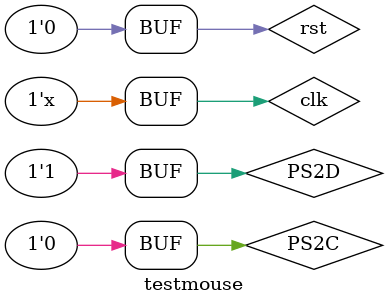
<source format=v>
`timescale 1ns / 1ps


module testmouse;

	// Inputs
	reg clk;
	reg rst;
	reg PS2C;
	reg PS2D;

	// Outputs
	wire [9:0] x;
	wire [7:0] y;
	wire btnl;
	wire btnr;
	wire [7:0]led;

	// Instantiate the Unit Under Test (UUT)
	mouse uut (
		.clk(clk), 
		.rst(rst), 
		.PS2C(PS2C), 
		.PS2D(PS2D), 
		.x(x), 
		.y(y), 
		.btnl(btnl), 
		.btnr(btnr),
		.led(led)
	);

	initial begin
		// Initialize Inputs
		clk = 0;
		rst = 0;
		PS2C = 0;
		PS2D = 0;

		// Wait 100 ns for global reset to finish
		#107;
        
		// Add stimulus here
		rst = 1;
		#10;
		rst = 0;
		#10;
		
		PS2C = 1;
		PS2D = 1;
		#100000;
		PS2C = 0;
		#10;

		PS2C = 1;
		PS2D = 0;
		#100000;
		PS2C = 0;
		#10;

		PS2C = 1;
		PS2D = 1;
		#10;
		PS2C = 0;
		#10;

		PS2C = 1;
		PS2D = 0;
		#10;
		PS2C = 0;
		#10;

		PS2C = 1;
		PS2D = 0;
		#10;
		PS2C = 0;
		#10;

		PS2C = 1;
		PS2D = 1;
		#10;
		PS2C = 0;
		#10;

		PS2C = 1;
		PS2D = 0;
		#10;
		PS2C = 0;
		#10;

		PS2C = 1;
		PS2D = 0;
		#10;
		PS2C = 0;
		#10;

		PS2C = 1;
		PS2D = 1;
		#10;
		PS2C = 0;
		#10;

		PS2C = 1;
		PS2D = 1;
		#10;
		PS2C = 0;
		#10;

		PS2C = 1;
		PS2D = 0;
		#10;
		PS2C = 0;
		#10;

		PS2C = 1;
		PS2D = 1;
		#10;
		PS2C = 0;
		#10;

		PS2C = 1;
		PS2D = 0;
		#10;
		PS2C = 0;
		#10;

		PS2C = 1;
		PS2D = 1;
		#10;
		PS2C = 0;
		#10;

		PS2C = 1;
		PS2D = 1;
		#10;
		PS2C = 0;
		#10;

		PS2C = 1;
		PS2D = 1;
		#10;
		PS2C = 0;
		#10;

		PS2C = 1;
		PS2D = 1;
		#10;
		PS2C = 0;
		#10;

		PS2C = 1;
		PS2D = 1;
		#10;
		PS2C = 0;
		#10;

		PS2C = 1;
		PS2D = 1;
		#10;
		PS2C = 0;
		#10;

		PS2C = 1;
		PS2D = 1;
		#10;
		PS2C = 0;
		#10;

		PS2C = 1;
		PS2D = 1;
		#10;
		PS2C = 0;
		#10;

		PS2C = 1;
		PS2D = 0;
		#10;
		PS2C = 0;
		#10;

		PS2C = 1;
		PS2D = 1;
		#10;
		PS2C = 0;
		#10;

		PS2C = 1;
		PS2D = 0;
		#10;
		PS2C = 0;
		#10;

		PS2C = 1;
		PS2D = 1;
		#10;
		PS2C = 0;
		#10;

		PS2C = 1;
		PS2D = 1;
		#10;
		PS2C = 0;
		#10;

		PS2C = 1;
		PS2D = 1;
		#10;
		PS2C = 0;
		#10;

		PS2C = 1;
		PS2D = 1;
		#10;
		PS2C = 0;
		#10;

		PS2C = 1;
		PS2D = 1;
		#100000;
		PS2C = 0;
		#100000;

		PS2C = 1;
		PS2D = 1;
		#10;
		PS2C = 0;
		#10;

		PS2C = 1;
		PS2D = 1;
		#10;
		PS2C = 0;
		#10;

		PS2C = 1;
		PS2D = 1;
		#100000;
		PS2C = 0;
		#100000;

		PS2C = 1;
		PS2D = 0;
		#10;
		PS2C = 0;
		#10;

		PS2C = 1;
		PS2D = 1;
		#10;
		PS2C = 0;
		#10;

		PS2C = 1;
		PS2D = 1;
		#10;
		PS2C = 0;
		#10;

		PS2C = 1;
		PS2D = 1;
		#10;
		PS2C = 0;
		#10;

		PS2C = 1;
		PS2D = 1;
		#10;
		PS2C = 0;
		#10;

		PS2C = 1;
		PS2D = 1;
		#10;
		PS2C = 0;
		#10;

		PS2C = 1;
		PS2D = 1;
		#10;
		PS2C = 0;
		#10;

		PS2C = 1;
		PS2D = 1;
		#10;
		PS2C = 0;
		#10;

		PS2C = 1;
		PS2D = 1;
		#10;
		PS2C = 0;
		#10;

		PS2C = 1;
		PS2D = 1;
		#10;
		PS2C = 0;
		#10;

		PS2C = 1;
		PS2D = 1;
		#10;
		PS2C = 0;
		#10;

		PS2C = 1;
		PS2D = 1;
		#10;
		PS2C = 0;
		#10;

		PS2C = 1;
		PS2D = 1;
		#10;
		PS2C = 0;
		#10;

		PS2C = 1;
		PS2D = 1;
		#10;
		PS2C = 0;
		#10;

		PS2C = 1;
		PS2D = 1;
		#10;
		PS2C = 0;
		#10;

		PS2C = 1;
		PS2D = 1;
		#10;
		PS2C = 0;
		#10;

		PS2C = 1;
		PS2D = 1;
		#10;
		PS2C = 0;
		#10;

		PS2C = 1;
		PS2D = 1;
		#10;
		PS2C = 0;
		#10;

		PS2C = 1;
		PS2D = 1;
		#10;
		PS2C = 0;
		#10;

		PS2C = 1;
		PS2D = 1;
		#10;
		PS2C = 0;
		#10;


	end
	always begin
	#2;
	clk=~clk;
	end
      
endmodule


</source>
